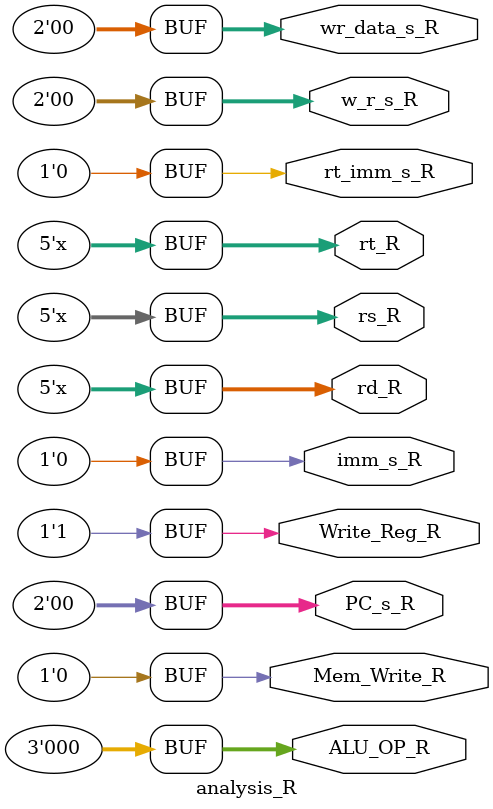
<source format=v>
`timescale 1ns / 1ps

module analysis_R(rs_R,rt_R,rd_R,rt_imm_s_R,imm_s_R,wr_data_s_R,Mem_Write_R,Write_Reg_R,w_r_s_R,PC_s_R,ALU_OP_R);

//input [31:0] Inst_code_R;//OP+rs+rt+rd+shamt+func

output reg [4:0] rs_R;
output reg [4:0] rt_R;
output reg [4:0] rd_R;
output reg rt_imm_s_R;
output reg imm_s_R;
output reg [1:0] wr_data_s_R;
output reg Mem_Write_R;
output reg Write_Reg_R;
output reg [1:0] w_r_s_R;
output reg [1:0] PC_s_R;
output reg [2:0] ALU_OP_R;
//output reg [15:0] imm_offset;
//output reg [25:0] address;



				//RÐÍÖ¸Áî
always@(*)
begin
 //if(Inst_code_R[31:26]==6'b000000) //op=6'b000000 ÅÐ¶ÏÎªRÐÍ
    begin
      rd_R<=Inst_code_R[15:11];       //rd
      rt_R<=Inst_code_R[20:16];       //rt
      rs_R<=Inst_code_R[25:21];       //rs
      w_r_s_R<=2'b00;					//rd_rt_s=0;
		rt_imm_s_R<=0;						//rt×÷ÎªÔ´²Ù×÷Êý
      imm_s_R<=0;                   //? --
      wr_data_s_R<=2'b00;           // alu_mem_s=0;
      Mem_Write_R<=0;					//²»Ð´ÈëÊý¾Ý´æ´¢Æ÷
		Write_Reg_R<=1;
		PC_s_R<=2'b00;
		
      case(Inst_code_R[5:0])   //func[5:0] ¶ÔÓ¦ ALU
			6'b100000: begin ALU_OP_R<=3'b100; end
         6'b100010: begin ALU_OP_R<=3'b101; end
         6'b100100: begin ALU_OP_R<=3'b000; end
         6'b100101: begin ALU_OP_R<=3'b001; end
         6'b100110: begin ALU_OP_R<=3'b010; end
         6'b100111: begin ALU_OP_R<=3'b011; end
         6'b101011: begin ALU_OP_R<=3'b110; end 
         6'b000100: begin ALU_OP_R<=3'b111; end 
			default: ALU_OP_R<=3'b000;
        endcase
     end
end
endmodule

</source>
